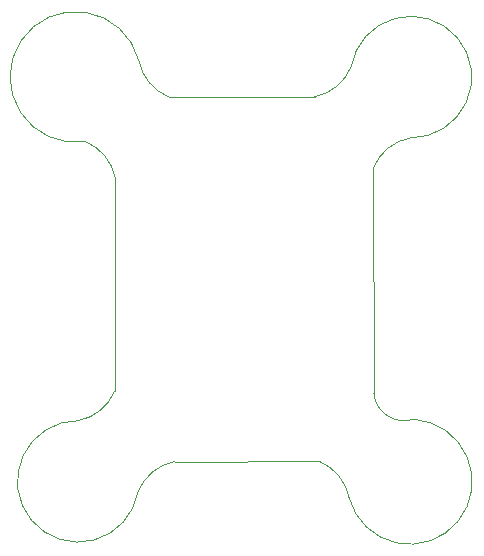
<source format=gbr>
%TF.GenerationSoftware,KiCad,Pcbnew,7.0.7*%
%TF.CreationDate,2023-10-16T17:51:31+02:00*%
%TF.ProjectId,bc546b-astable-multivibrator,62633534-3662-42d6-9173-7461626c652d,0*%
%TF.SameCoordinates,Original*%
%TF.FileFunction,Profile,NP*%
%FSLAX46Y46*%
G04 Gerber Fmt 4.6, Leading zero omitted, Abs format (unit mm)*
G04 Created by KiCad (PCBNEW 7.0.7) date 2023-10-16 17:51:31*
%MOMM*%
%LPD*%
G01*
G04 APERTURE LIST*
%TA.AperFunction,Profile*%
%ADD10C,0.100000*%
%TD*%
G04 APERTURE END LIST*
D10*
X86193700Y-60822029D02*
G75*
G03*
X83656298Y-57729329I-4137400J-807271D01*
G01*
X83079857Y-81356385D02*
G75*
G03*
X86150242Y-78834302I-807457J4112985D01*
G01*
X105987421Y-87892696D02*
G75*
G03*
X103450000Y-84800001I-4137421J-807304D01*
G01*
X105987421Y-87892696D02*
G75*
G03*
X111475802Y-81238200I5121519J1366516D01*
G01*
X88177861Y-50862804D02*
G75*
G03*
X90715239Y-53955507I4137339J807204D01*
G01*
X86150243Y-78834302D02*
X86193718Y-60822025D01*
X108077174Y-78994680D02*
G75*
G03*
X111475802Y-81238199I2565226J189980D01*
G01*
X90715239Y-53955508D02*
X103060080Y-53945877D01*
X111226594Y-57413414D02*
G75*
G03*
X106152777Y-51408457I6J5146014D01*
G01*
X103450000Y-84800000D02*
X91212728Y-84823851D01*
X88175477Y-50863420D02*
G75*
G03*
X83656298Y-57729327I-5360237J-1392090D01*
G01*
X91212719Y-84823805D02*
G75*
G03*
X88120032Y-87361271I807481J-4137595D01*
G01*
X103060082Y-53945887D02*
G75*
G03*
X106152776Y-51408457I-807282J4137387D01*
G01*
X111226599Y-57413436D02*
G75*
G03*
X108044528Y-59944437I673901J-4113064D01*
G01*
X108044528Y-59944437D02*
X108077176Y-78994680D01*
X83079858Y-81356383D02*
G75*
G03*
X88120031Y-87361271I-33658J-5145917D01*
G01*
M02*

</source>
